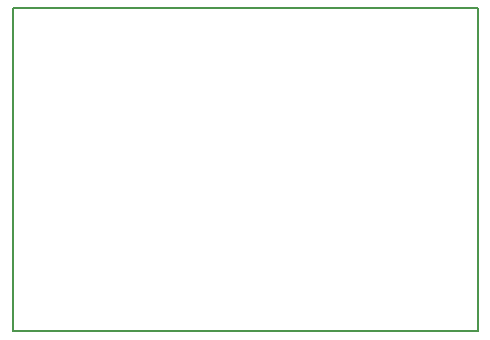
<source format=gm1>
G04 #@! TF.FileFunction,Profile,NP*
%FSLAX46Y46*%
G04 Gerber Fmt 4.6, Leading zero omitted, Abs format (unit mm)*
G04 Created by KiCad (PCBNEW 4.0.4+e1-6308~48~ubuntu16.04.1-stable) date Sun Oct  9 20:08:59 2016*
%MOMM*%
%LPD*%
G01*
G04 APERTURE LIST*
%ADD10C,0.100000*%
%ADD11C,0.150000*%
G04 APERTURE END LIST*
D10*
D11*
X148590000Y-117475000D02*
X148590000Y-116840000D01*
X187960000Y-116840000D02*
X187960000Y-117475000D01*
X187960000Y-117475000D02*
X148590000Y-117475000D01*
X187960000Y-90170000D02*
X148590000Y-90170000D01*
X187960000Y-90170000D02*
X187960000Y-116840000D01*
X148590000Y-90170000D02*
X148590000Y-116840000D01*
M02*

</source>
